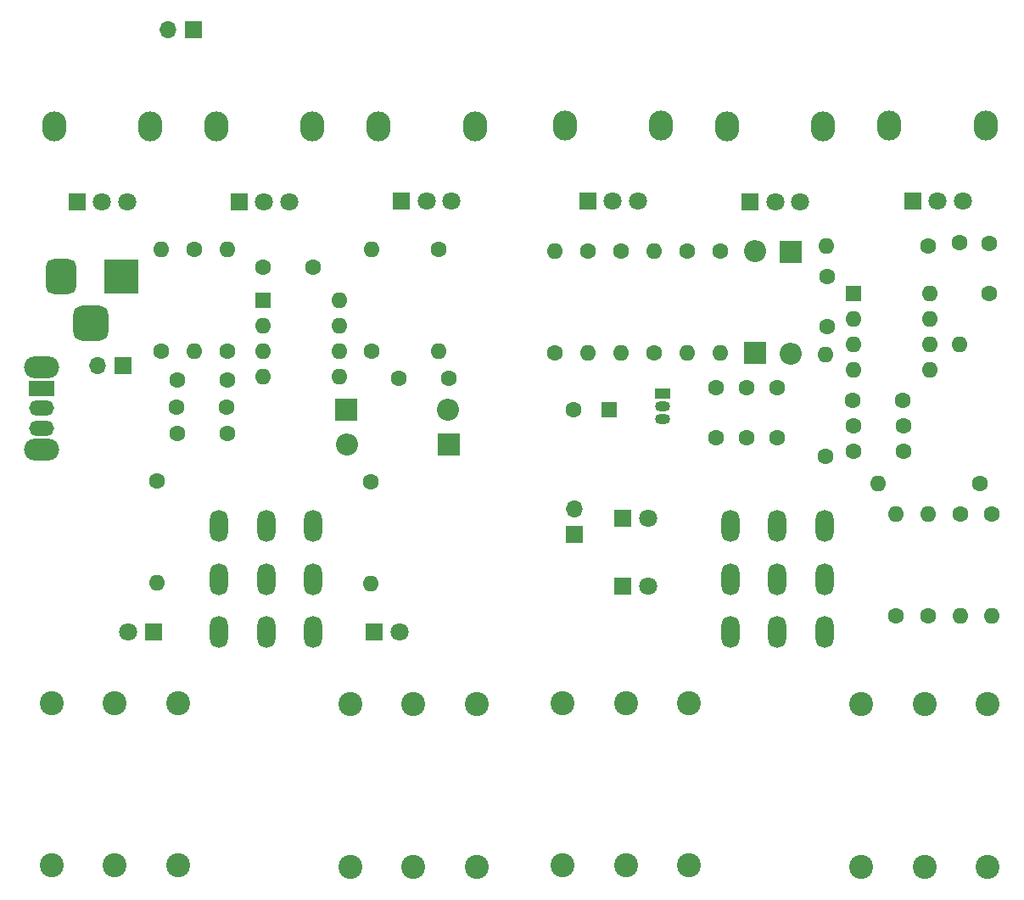
<source format=gbr>
%TF.GenerationSoftware,KiCad,Pcbnew,8.0.6*%
%TF.CreationDate,2024-12-07T22:30:06+02:00*%
%TF.ProjectId,DistorsionPedals,44697374-6f72-4736-996f-6e506564616c,rev?*%
%TF.SameCoordinates,Original*%
%TF.FileFunction,Soldermask,Top*%
%TF.FilePolarity,Negative*%
%FSLAX46Y46*%
G04 Gerber Fmt 4.6, Leading zero omitted, Abs format (unit mm)*
G04 Created by KiCad (PCBNEW 8.0.6) date 2024-12-07 22:30:06*
%MOMM*%
%LPD*%
G01*
G04 APERTURE LIST*
G04 Aperture macros list*
%AMRoundRect*
0 Rectangle with rounded corners*
0 $1 Rounding radius*
0 $2 $3 $4 $5 $6 $7 $8 $9 X,Y pos of 4 corners*
0 Add a 4 corners polygon primitive as box body*
4,1,4,$2,$3,$4,$5,$6,$7,$8,$9,$2,$3,0*
0 Add four circle primitives for the rounded corners*
1,1,$1+$1,$2,$3*
1,1,$1+$1,$4,$5*
1,1,$1+$1,$6,$7*
1,1,$1+$1,$8,$9*
0 Add four rect primitives between the rounded corners*
20,1,$1+$1,$2,$3,$4,$5,0*
20,1,$1+$1,$4,$5,$6,$7,0*
20,1,$1+$1,$6,$7,$8,$9,0*
20,1,$1+$1,$8,$9,$2,$3,0*%
G04 Aperture macros list end*
%ADD10O,2.400000X3.000000*%
%ADD11R,1.800000X1.800000*%
%ADD12C,1.800000*%
%ADD13C,1.600000*%
%ADD14O,1.600000X1.600000*%
%ADD15C,2.400000*%
%ADD16R,1.500000X1.050000*%
%ADD17O,1.500000X1.050000*%
%ADD18R,2.200000X2.200000*%
%ADD19O,2.200000X2.200000*%
%ADD20R,1.700000X1.700000*%
%ADD21O,1.700000X1.700000*%
%ADD22R,1.600000X1.600000*%
%ADD23O,1.800000X3.200000*%
%ADD24O,3.500000X2.200000*%
%ADD25R,2.500000X1.500000*%
%ADD26O,2.500000X1.500000*%
%ADD27R,3.500000X3.500000*%
%ADD28RoundRect,0.750000X-0.750000X-1.000000X0.750000X-1.000000X0.750000X1.000000X-0.750000X1.000000X0*%
%ADD29RoundRect,0.875000X-0.875000X-0.875000X0.875000X-0.875000X0.875000X0.875000X-0.875000X0.875000X0*%
G04 APERTURE END LIST*
D10*
%TO.C,RV2*%
X177975049Y-62050304D03*
X187575049Y-62050304D03*
D11*
X180275049Y-69550304D03*
D12*
X182775049Y-69550304D03*
X185275049Y-69550304D03*
%TD*%
D13*
%TO.C,C7*%
X190535049Y-89395304D03*
X195535049Y-89395304D03*
%TD*%
%TO.C,R14*%
X160755049Y-84655304D03*
D14*
X160755049Y-74495304D03*
%TD*%
D15*
%TO.C,J2*%
X203975049Y-119725304D03*
X203975049Y-135925304D03*
X191375049Y-135925304D03*
X191375049Y-119725304D03*
X197675049Y-135925304D03*
X197675049Y-119725304D03*
%TD*%
D11*
%TO.C,D4*%
X167575049Y-101150304D03*
D12*
X170115049Y-101150304D03*
%TD*%
D13*
%TO.C,R8*%
X177315049Y-74505304D03*
D14*
X177315049Y-84665304D03*
%TD*%
D13*
%TO.C,R6*%
X173955049Y-74495304D03*
D14*
X173955049Y-84655304D03*
%TD*%
D10*
%TO.C,RV3*%
X194175049Y-62000304D03*
X203775049Y-62000304D03*
D11*
X196475049Y-69500304D03*
D12*
X198975049Y-69500304D03*
X201475049Y-69500304D03*
%TD*%
D13*
%TO.C,R5*%
X164055049Y-74515304D03*
D14*
X164055049Y-84675304D03*
%TD*%
D11*
%TO.C,D3*%
X167575049Y-107900304D03*
D12*
X170115049Y-107900304D03*
%TD*%
D13*
%TO.C,R4*%
X167375049Y-74520304D03*
D14*
X167375049Y-84680304D03*
%TD*%
D16*
%TO.C,Q1*%
X171545049Y-88695304D03*
D17*
X171545049Y-89965304D03*
X171545049Y-91235304D03*
%TD*%
D13*
%TO.C,R10*%
X194805049Y-110910304D03*
D14*
X194805049Y-100750304D03*
%TD*%
D13*
%TO.C,R3*%
X170655049Y-84675304D03*
D14*
X170655049Y-74515304D03*
%TD*%
D10*
%TO.C,RV1*%
X161775049Y-61975304D03*
X171375049Y-61975304D03*
D11*
X164075049Y-69475304D03*
D12*
X166575049Y-69475304D03*
X169075049Y-69475304D03*
%TD*%
D13*
%TO.C,R7*%
X187815049Y-94995304D03*
D14*
X187815049Y-84835304D03*
%TD*%
D13*
%TO.C,C3*%
X195555049Y-94515304D03*
X190555049Y-94515304D03*
%TD*%
D18*
%TO.C,D2*%
X184295049Y-74565304D03*
D19*
X184295049Y-84725304D03*
%TD*%
D15*
%TO.C,J1*%
X161575049Y-135825304D03*
X161575049Y-119625304D03*
X174175049Y-119625304D03*
X174175049Y-135825304D03*
X167875049Y-119625304D03*
X167875049Y-135825304D03*
%TD*%
D20*
%TO.C,J3*%
X162700049Y-102775304D03*
D21*
X162700049Y-100235304D03*
%TD*%
D13*
%TO.C,C1*%
X176905049Y-93115304D03*
X176905049Y-88115304D03*
%TD*%
%TO.C,C9*%
X204135049Y-73705304D03*
X204135049Y-78705304D03*
%TD*%
%TO.C,R1*%
X198025049Y-110880304D03*
D14*
X198025049Y-100720304D03*
%TD*%
D13*
%TO.C,R11*%
X201155049Y-73675304D03*
D14*
X201155049Y-83835304D03*
%TD*%
D13*
%TO.C,R13*%
X204405049Y-100730304D03*
D14*
X204405049Y-110890304D03*
%TD*%
D13*
%TO.C,C4*%
X179955049Y-88115304D03*
X179955049Y-93115304D03*
%TD*%
%TO.C,C6*%
X187985049Y-82065304D03*
X187985049Y-77065304D03*
%TD*%
%TO.C,R12*%
X203245049Y-97670304D03*
D14*
X193085049Y-97670304D03*
%TD*%
D22*
%TO.C,C2*%
X166175049Y-90350304D03*
D13*
X162675049Y-90350304D03*
%TD*%
D23*
%TO.C,SW1*%
X178275049Y-101925304D03*
X182975049Y-101925304D03*
X187675049Y-101925304D03*
X178275049Y-107225304D03*
X182975049Y-107225304D03*
X187675049Y-107225304D03*
X178275049Y-112525304D03*
X182975049Y-112525304D03*
X187675049Y-112525304D03*
%TD*%
D18*
%TO.C,D1*%
X180775049Y-84695304D03*
D19*
X180775049Y-74535304D03*
%TD*%
D13*
%TO.C,C5*%
X182955049Y-88115304D03*
X182955049Y-93115304D03*
%TD*%
%TO.C,C8*%
X190555049Y-91965304D03*
X195555049Y-91965304D03*
%TD*%
%TO.C,R9*%
X198005049Y-73985304D03*
D14*
X187845049Y-73985304D03*
%TD*%
D13*
%TO.C,R2*%
X201265049Y-100750304D03*
D14*
X201265049Y-110910304D03*
%TD*%
D22*
%TO.C,U1*%
X190585049Y-78695304D03*
D14*
X190585049Y-81235304D03*
X190585049Y-83775304D03*
X190585049Y-86315304D03*
X198205049Y-86315304D03*
X198205049Y-83775304D03*
X198205049Y-81235304D03*
X198205049Y-78695304D03*
%TD*%
D24*
%TO.C,SW1*%
X109600050Y-86100050D03*
X109600050Y-94300050D03*
D25*
X109600050Y-88200050D03*
D26*
X109600050Y-90200050D03*
X109600050Y-92200050D03*
%TD*%
D13*
%TO.C,R6*%
X149200050Y-74320050D03*
D14*
X149200050Y-84480050D03*
%TD*%
D15*
%TO.C,J3*%
X110574922Y-135825177D03*
X110574922Y-119625177D03*
X123174922Y-119625177D03*
X123174922Y-135825177D03*
X116874922Y-119625177D03*
X116874922Y-135825177D03*
%TD*%
D10*
%TO.C,RV2*%
X126974922Y-62050177D03*
X136574922Y-62050177D03*
D11*
X129274922Y-69550177D03*
D12*
X131774922Y-69550177D03*
X134274922Y-69550177D03*
%TD*%
D11*
%TO.C,D3*%
X142774950Y-112525150D03*
D12*
X145314950Y-112525150D03*
%TD*%
D13*
%TO.C,R5*%
X142400050Y-97540050D03*
D14*
X142400050Y-107700050D03*
%TD*%
D10*
%TO.C,RV3*%
X143200050Y-62025050D03*
X152800050Y-62025050D03*
D11*
X145500050Y-69525050D03*
D12*
X148000050Y-69525050D03*
X150500050Y-69525050D03*
%TD*%
D23*
%TO.C,SW2*%
X127275050Y-101950050D03*
X131975050Y-101950050D03*
X136675050Y-101950050D03*
X127275050Y-107250050D03*
X131975050Y-107250050D03*
X136675050Y-107250050D03*
X127275050Y-112550050D03*
X131975050Y-112550050D03*
X136675050Y-112550050D03*
%TD*%
D27*
%TO.C,J1*%
X117500050Y-77000050D03*
D28*
X111500050Y-77000050D03*
D29*
X114500050Y-81700050D03*
%TD*%
D13*
%TO.C,R7*%
X121100050Y-97420050D03*
D14*
X121100050Y-107580050D03*
%TD*%
D15*
%TO.C,J4*%
X152974922Y-119725177D03*
X152974922Y-135925177D03*
X140374922Y-135925177D03*
X140374922Y-119725177D03*
X146674922Y-135925177D03*
X146674922Y-119725177D03*
%TD*%
D18*
%TO.C,D2*%
X140000050Y-90300050D03*
D19*
X150160050Y-90300050D03*
%TD*%
D13*
%TO.C,C3*%
X136674950Y-76075150D03*
X131674950Y-76075150D03*
%TD*%
%TO.C,C4*%
X128040050Y-90050050D03*
X123040050Y-90050050D03*
%TD*%
D18*
%TO.C,D1*%
X150180050Y-93800050D03*
D19*
X140020050Y-93800050D03*
%TD*%
D10*
%TO.C,RV1*%
X110800050Y-62050050D03*
X120400050Y-62050050D03*
D11*
X113100050Y-69550050D03*
D12*
X115600050Y-69550050D03*
X118100050Y-69550050D03*
%TD*%
D13*
%TO.C,C1*%
X123100050Y-87400050D03*
X128100050Y-87400050D03*
%TD*%
%TO.C,R1*%
X128100050Y-84480050D03*
D14*
X128100050Y-74320050D03*
%TD*%
D13*
%TO.C,C5*%
X128100050Y-92740050D03*
X123100050Y-92740050D03*
%TD*%
%TO.C,R4*%
X142500050Y-84480050D03*
D14*
X142500050Y-74320050D03*
%TD*%
D11*
%TO.C,D4*%
X120749950Y-112475150D03*
D12*
X118209950Y-112475150D03*
%TD*%
D13*
%TO.C,R3*%
X121500050Y-84520050D03*
D14*
X121500050Y-74360050D03*
%TD*%
D22*
%TO.C,U1*%
X131700050Y-79400050D03*
D14*
X131700050Y-81940050D03*
X131700050Y-84480050D03*
X131700050Y-87020050D03*
X139320050Y-87020050D03*
X139320050Y-84480050D03*
X139320050Y-81940050D03*
X139320050Y-79400050D03*
%TD*%
D13*
%TO.C,R2*%
X124800050Y-74320050D03*
D14*
X124800050Y-84480050D03*
%TD*%
D20*
%TO.C,JP1*%
X124724950Y-52425150D03*
D21*
X122184950Y-52425150D03*
%TD*%
D13*
%TO.C,C6*%
X150200050Y-87180050D03*
X145200050Y-87180050D03*
%TD*%
D20*
%TO.C,J2*%
X117700050Y-85900050D03*
D21*
X115160050Y-85900050D03*
%TD*%
M02*

</source>
